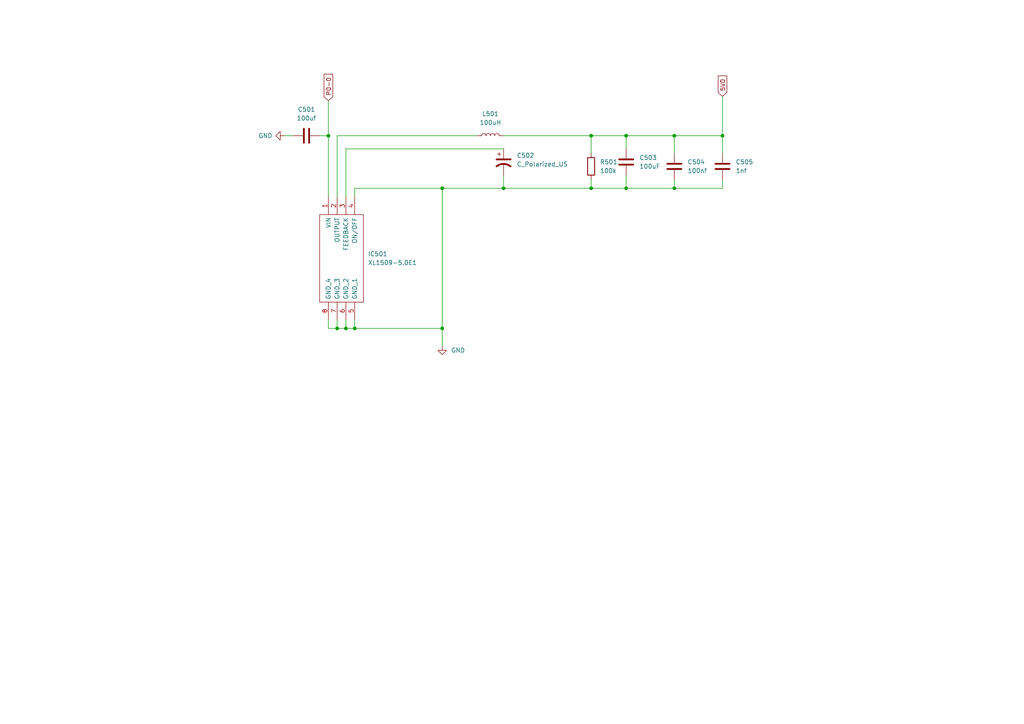
<source format=kicad_sch>
(kicad_sch (version 20211123) (generator eeschema)
  (paper "A4")
  (lib_symbols
    (symbol "Device:C" (pin_numbers hide) (pin_names (offset 0.254))
      (property "Reference" "C" (at 0.635 2.54 0))
      (property "Value" "C" (at 0.635 -2.54 0))
      (symbol "C_0_1"
        (polyline (pts (xy -2.032 -0.762) (xy 2.032 -0.762)) (stroke (width 0.508)))
        (polyline (pts (xy -2.032 0.762) (xy 2.032 0.762)) (stroke (width 0.508)))
      )
      (symbol "C_1_1"
        (pin passive line (at 0 3.81 270) (length 2.794) (name "~") (number "1"))
        (pin passive line (at 0 -3.81 90) (length 2.794) (name "~") (number "2"))
      )
    )
    (symbol "Device:C_Polarized_US" (pin_numbers hide) (pin_names (offset 0.254) hide)
      (property "Reference" "C" (at 0.635 2.54 0))
      (property "Value" "C_Polarized_US" (at 0.635 -2.54 0))
      (symbol "C_Polarized_US_0_1"
        (polyline (pts (xy -2.032 0.762) (xy 2.032 0.762)) (stroke (width 0.508)))
        (polyline (pts (xy -1.778 2.286) (xy -0.762 2.286)))
        (polyline (pts (xy -1.27 1.778) (xy -1.27 2.794)))
        (arc (start 2.032 -1.27) (mid 0 -0.5572) (end -2.032 -1.27) (stroke (width 0.508)))
      )
      (symbol "C_Polarized_US_1_1"
        (pin passive line (at 0 3.81 270) (length 2.794) (name "~") (number "1"))
        (pin passive line (at 0 -3.81 90) (length 3.302) (name "~") (number "2"))
      )
    )
    (symbol "Device:L" (pin_numbers hide) (pin_names (offset 1.016) hide)
      (property "Reference" "L" (at -1.27 0 90))
      (property "Value" "L" (at 1.905 0 90))
      (symbol "L_0_1"
        (arc (start 0 -2.54) (mid 0.635 -1.905) (end 0 -1.27))
        (arc (start 0 -1.27) (mid 0.635 -0.635) (end 0 0))
        (arc (start 0 0) (mid 0.635 0.635) (end 0 1.27))
        (arc (start 0 1.27) (mid 0.635 1.905) (end 0 2.54))
      )
      (symbol "L_1_1"
        (pin passive line (at 0 3.81 270) (length 1.27) (name "1") (number "1"))
        (pin passive line (at 0 -3.81 90) (length 1.27) (name "2") (number "2"))
      )
    )
    (symbol "Device:R" (pin_numbers hide) (pin_names (offset 0))
      (property "Reference" "R" (at 2.032 0 90))
      (property "Value" "R" (at 0 0 90))
      (symbol "R_0_1"
        (rectangle (start -1.016 -2.54) (end 1.016 2.54) (stroke (width 0.254)))
      )
      (symbol "R_1_1"
        (pin passive line (at 0 3.81 270) (length 1.27) (name "~") (number "1"))
        (pin passive line (at 0 -3.81 90) (length 1.27) (name "~") (number "2"))
      )
    )
    (symbol "PCB_Library:XL1509-5.0E1" (pin_names (offset 0.762))
      (property "Reference" "IC" (at 31.75 7.62 0))
      (property "Value" "XL1509-5.0E1" (at 31.75 5.08 0))
      (symbol "XL1509-5.0E1_0_0"
        (pin passive line (at 0 0 0) (length 5.08) (name "VIN") (number "1"))
        (pin passive line (at 0 -2.54 0) (length 5.08) (name "OUTPUT") (number "2"))
        (pin passive line (at 0 -5.08 0) (length 5.08) (name "FEEDBACK") (number "3"))
        (pin passive line (at 0 -7.62 0) (length 5.08) (name "ON/OFF") (number "4"))
        (pin passive line (at 35.56 -7.62 180) (length 5.08) (name "GND_1") (number "5"))
        (pin passive line (at 35.56 -5.08 180) (length 5.08) (name "GND_2") (number "6"))
        (pin passive line (at 35.56 -2.54 180) (length 5.08) (name "GND_3") (number "7"))
        (pin passive line (at 35.56 0 180) (length 5.08) (name "GND_4") (number "8"))
      )
      (symbol "XL1509-5.0E1_0_1"
        (polyline (pts (xy 5.08 2.54) (xy 30.48 2.54) (xy 30.48 -10.16) (xy 5.08 -10.16) (xy 5.08 2.54)) (stroke (width 0.1524)))
      )
    )
    (symbol "power:GND" (power) (pin_names (offset 0))
      (property "Value" "GND" (at 0 -3.81 0))
      (symbol "GND_0_1"
        (polyline (pts (xy 0 0) (xy 0 -1.27) (xy 1.27 -1.27) (xy 0 -2.54) (xy -1.27 -1.27) (xy 0 -1.27)))
      )
      (symbol "GND_1_1"
        (pin power_in line (at 0 0 270) (length 0) hide (name "GND") (number "1"))
      )
    )
  )
  (junction (at 195.58 39.37))
  (junction (at 181.61 54.61))
  (junction (at 146.05 54.61))
  (junction (at 171.45 54.61))
  (junction (at 195.58 54.61))
  (junction (at 95.25 39.37))
  (junction (at 209.55 39.37))
  (junction (at 97.79 95.25))
  (junction (at 181.61 39.37))
  (junction (at 128.27 95.25))
  (junction (at 171.45 39.37))
  (junction (at 100.33 95.25))
  (junction (at 128.27 54.61))
  (junction (at 102.87 95.25))
  (wire (pts (xy 195.58 54.61) (xy 181.61 54.61)))
  (wire (pts (xy 195.58 39.37) (xy 195.58 44.45)))
  (wire (pts (xy 100.33 43.18) (xy 146.05 43.18)))
  (wire (pts (xy 102.87 95.25) (xy 100.33 95.25)))
  (wire (pts (xy 146.05 50.8) (xy 146.05 54.61)))
  (wire (pts (xy 97.79 39.37) (xy 138.43 39.37)))
  (wire (pts (xy 100.33 95.25) (xy 97.79 95.25)))
  (wire (pts (xy 95.25 39.37) (xy 95.25 57.15)))
  (wire (pts (xy 209.55 54.61) (xy 195.58 54.61)))
  (wire (pts (xy 128.27 54.61) (xy 128.27 95.25)))
  (wire (pts (xy 171.45 52.07) (xy 171.45 54.61)))
  (wire (pts (xy 97.79 92.71) (xy 97.79 95.25)))
  (wire (pts (xy 95.25 92.71) (xy 95.25 95.25)))
  (wire (pts (xy 209.55 27.94) (xy 209.55 39.37)))
  (wire (pts (xy 195.58 52.07) (xy 195.58 54.61)))
  (wire (pts (xy 209.55 52.07) (xy 209.55 54.61)))
  (wire (pts (xy 171.45 39.37) (xy 181.61 39.37)))
  (wire (pts (xy 128.27 95.25) (xy 128.27 100.33)))
  (wire (pts (xy 181.61 39.37) (xy 181.61 43.18)))
  (wire (pts (xy 171.45 39.37) (xy 171.45 44.45)))
  (wire (pts (xy 100.33 57.15) (xy 100.33 43.18)))
  (wire (pts (xy 181.61 39.37) (xy 195.58 39.37)))
  (wire (pts (xy 195.58 39.37) (xy 209.55 39.37)))
  (wire (pts (xy 146.05 54.61) (xy 128.27 54.61)))
  (wire (pts (xy 95.25 95.25) (xy 97.79 95.25)))
  (wire (pts (xy 146.05 39.37) (xy 171.45 39.37)))
  (wire (pts (xy 128.27 95.25) (xy 102.87 95.25)))
  (wire (pts (xy 171.45 54.61) (xy 146.05 54.61)))
  (wire (pts (xy 102.87 92.71) (xy 102.87 95.25)))
  (wire (pts (xy 82.55 39.37) (xy 85.09 39.37)))
  (wire (pts (xy 209.55 39.37) (xy 209.55 44.45)))
  (wire (pts (xy 102.87 57.15) (xy 102.87 54.61)))
  (wire (pts (xy 181.61 50.8) (xy 181.61 54.61)))
  (wire (pts (xy 181.61 54.61) (xy 171.45 54.61)))
  (wire (pts (xy 102.87 54.61) (xy 128.27 54.61)))
  (wire (pts (xy 100.33 92.71) (xy 100.33 95.25)))
  (wire (pts (xy 95.25 29.21) (xy 95.25 39.37)))
  (wire (pts (xy 97.79 57.15) (xy 97.79 39.37)))
  (wire (pts (xy 92.71 39.37) (xy 95.25 39.37)))
  (global_label "5V0" (shape input) (at 209.55 27.94 90) (property "Intersheet References" "${INTERSHEET_REFS}" (effects hide)))
  (global_label "P0-0" (shape input) (at 95.25 29.21 90) (property "Intersheet References" "${INTERSHEET_REFS}" (effects hide)))
  (symbol (lib_id "Device:C") (at 209.55 48.26 0) (unit 1)
    (property "Reference" "C505" (at 213.36 46.9899 0) (effects (justify left)))
    (property "Value" "1nf" (at 213.36 49.5299 0) (effects (justify left)))
    (property "Footprint" "Capacitor_SMD:C_0402_1005Metric" (effects hide))
    (property "LCSC" "C1523" (effects hide))
  )
  (symbol (lib_id "power:GND") (at 128.27 100.33 0) (unit 1)
    (property "Reference" "#PWR0502" (effects hide))
    (property "Value" "GND" (at 130.81 101.5999 0) (effects (justify left)))
  )
  (symbol (lib_id "Device:C") (at 181.61 46.99 180) (unit 1)
    (property "Reference" "C503" (at 185.42 45.7199 0) (effects (justify right)))
    (property "Value" "100uF" (at 185.42 48.2599 0) (effects (justify right)))
    (property "Footprint" "Capacitor_SMD:C_1210_3225Metric" (effects hide))
    (property "LCSC" "C90143" (effects hide))
  )
  (symbol (lib_id "Device:C") (at 195.58 48.26 180) (unit 1)
    (property "Reference" "C504" (at 199.39 46.9899 0) (effects (justify right)))
    (property "Value" "100nf" (at 199.39 49.5299 0) (effects (justify right)))
    (property "Footprint" "Capacitor_SMD:C_0402_1005Metric" (effects hide))
    (property "LCSC" "C307331" (effects hide))
  )
  (symbol (lib_id "PCB_Library:XL1509-5.0E1") (at 95.25 57.15 90) (mirror x) (unit 1)
    (property "Reference" "IC501" (at 106.68 73.6599 90) (effects (justify right)))
    (property "Value" "XL1509-5.0E1" (at 106.68 76.1999 90) (effects (justify right)))
    (property "Footprint" "SOIC127P600X175-8N" (effects hide))
    (property "Datasheet" "https://datasheet.lcsc.com/szlcsc/XLSEMI-XL1509-5-0E1_C61063.pdf" (effects hide))
    (property "Description" "2A 150KHz 40V Buck DC to DC Converter." (effects hide))
    (property "Height" "1.75" (effects hide))
    (property "Manufacturer_Name" "XLSEMI" (effects hide))
    (property "Manufacturer_Part_Number" "XL1509-5.0E1" (effects hide))
    (property "LCSC" "C61063" (effects hide))
  )
  (symbol (lib_id "Device:R") (at 171.45 48.26 0) (unit 1)
    (property "Reference" "R501" (at 173.99 46.9899 0) (effects (justify left)))
    (property "Value" "100k" (at 173.99 49.5299 0) (effects (justify left)))
    (property "Footprint" "Resistor_SMD:R_0402_1005Metric" (effects hide))
    (property "LCSC" "C25741" (effects hide))
  )
  (symbol (lib_id "Device:C") (at 88.9 39.37 270) (unit 1)
    (property "Reference" "C501" (at 88.9 31.75 90))
    (property "Value" "100uf" (at 88.9 34.29 90))
    (property "Footprint" "Capacitor_SMD:C_1206_3216Metric" (effects hide))
    (property "LCSC" "C15008" (effects hide))
  )
  (symbol (lib_id "power:GND") (at 82.55 39.37 270) (unit 1)
    (property "Reference" "#PWR0501" (effects hide))
    (property "Value" "GND" (at 74.93 39.37 90) (effects (justify left)))
  )
  (symbol (lib_id "Device:L") (at 142.24 39.37 90) (unit 1)
    (property "Reference" "L501" (at 142.24 33.02 90))
    (property "Value" "100uH" (at 142.24 35.56 90))
    (property "Footprint" "Inductor_SMD:L_1812_4532Metric" (effects hide))
    (property "LCSC" "C394133" (effects hide))
  )
  (symbol (lib_id "Device:C_Polarized_US") (at 146.05 46.99 0) (unit 1)
    (property "Reference" "C502" (at 149.86 45.0849 0) (effects (justify left)))
    (property "Value" "C_Polarized_US" (at 149.86 47.6249 0) (effects (justify left)))
    (property "Footprint" "PCB_Library:CAPAE1030X1100N" (effects hide))
    (property "LCSC" "C3350" (effects hide))
  )
)
</source>
